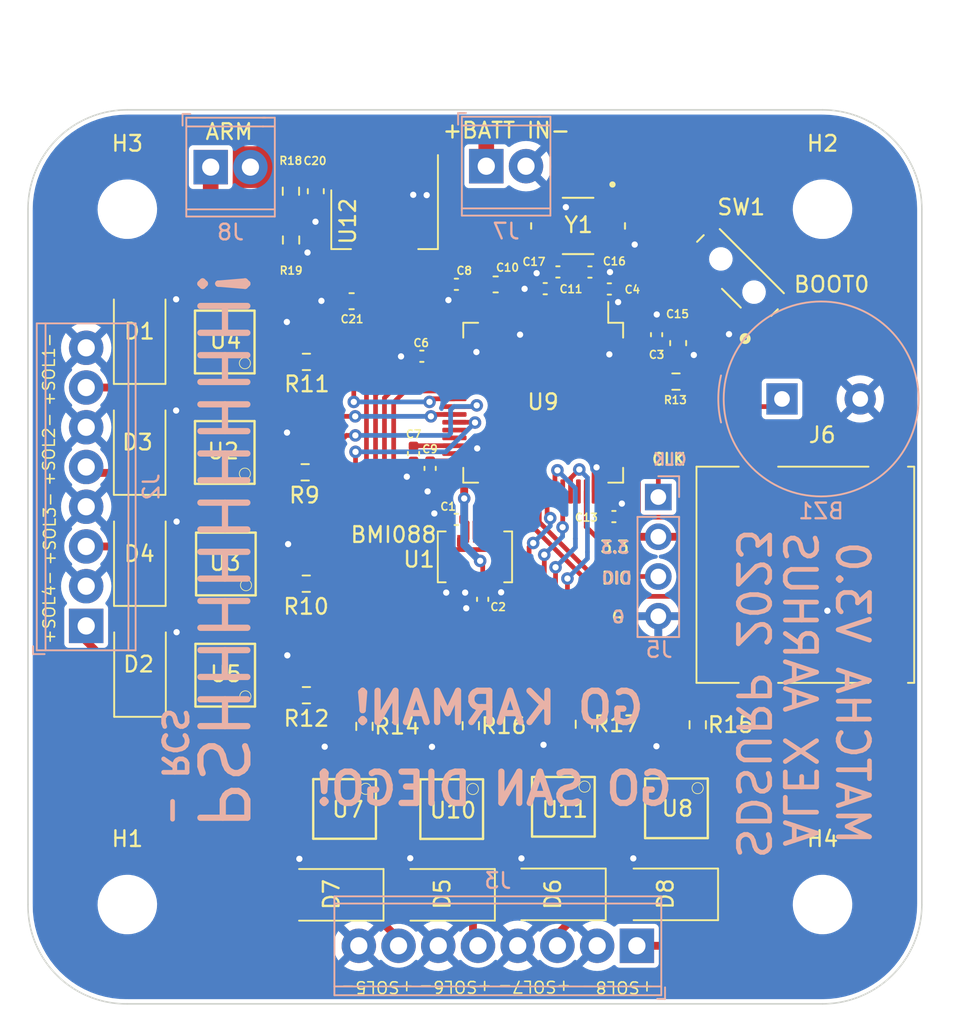
<source format=kicad_pcb>
(kicad_pcb (version 20211014) (generator pcbnew)
  (layers (0 "F.Cu" signal) (31 "B.Cu" power) (34 "B.Paste" user) (35 "F.Paste" user) (36 "B.SilkS" user "B.Silkscreen") (37 "F.SilkS" user "F.Silkscreen") (38 "B.Mask" user) (39 "F.Mask" user) (44 "Edge.Cuts" user))
  (net 0 "")
  (net 1 "BUZZER")
  (net 2 "GND")
  (net 3 "3.3V")
  (net 4 "Net-(C7-Pad1)")
  (net 5 "Net-(C10-Pad2)")
  (net 6 "Net-(C11-Pad1)")
  (net 7 "RCC_OSC_IN")
  (net 8 "RCC_OSC_OUT")
  (net 9 "PWR")
  (net 10 "Net-(D1-Pad1)")
  (net 11 "Net-(D2-Pad1)")
  (net 12 "Net-(D3-Pad1)")
  (net 13 "Net-(D4-Pad1)")
  (net 14 "Net-(D5-Pad1)")
  (net 15 "Net-(D6-Pad1)")
  (net 16 "Net-(D7-Pad1)")
  (net 20 "SYS_JTMS-SWDIO")
  (net 21 "SYS_JTCK_SWCLK")
  (net 22 "SDIO_D2")
  (net 23 "SDIO_D3")
  (net 24 "SDIO_CMD")
  (net 25 "SDIO_CK")
  (net 26 "SDIO_D0")
  (net 27 "SDIO_D1")
  (net 29 "BATT+")
  (net 32 "Net-(R9-Pad1)")
  (net 33 "SOL2")
  (net 34 "Net-(R10-Pad1)")
  (net 35 "SOL3")
  (net 36 "Net-(R11-Pad1)")
  (net 37 "SOL1")
  (net 38 "Net-(R12-Pad1)")
  (net 39 "SOL4")
  (net 40 "Net-(R13-Pad1)")
  (net 41 "Net-(R13-Pad2)")
  (net 42 "Net-(R14-Pad1)")
  (net 43 "SOL5")
  (net 44 "Net-(R15-Pad1)")
  (net 45 "SOL8")
  (net 46 "Net-(R16-Pad1)")
  (net 47 "SOL6")
  (net 48 "Net-(R17-Pad1)")
  (net 49 "SOL7")
  (net 50 "VMON")
  (net 52 "INT_ACC1")
  (net 53 "MISO")
  (net 54 "CS1_ACC")
  (net 55 "INT_GYRO2")
  (net 56 "INT_GYRO1")
  (net 57 "MOSI")
  (net 58 "SCK")
  (net 59 "CS2_GYRO")
  (net 60 "INT_ACC2")
  (net 71 "Net-(D8-Pad1)")
  (footprint "Resistor_SMD:R_0603_1608Metric" (layer "F.Cu") (at 53.71 64.7716 90)
    (fp_text reference "R16")
    (fp_text value "270")
  )
  (footprint "Resistor_SMD:R_0603_1608Metric" (layer "F.Cu") (at 43.12 48.57)
    (fp_text reference "R9")
    (fp_text value "270")
  )
  (footprint "Diode_SMD:D_SMA" (layer "F.Cu") (at 32.54 46.61 90)
    (fp_text reference "D3")
    (fp_text value "B330")
  )
  (footprint "Capacitor_SMD:C_0402_1005Metric" (layer "F.Cu") (at 58.47 36.83 180)
    (fp_text reference "C11")
    (fp_text value "100nF")
  )
  (footprint "Capacitor_SMD:C_0402_1005Metric" (layer "F.Cu") (at 50.05 47.37 -90)
    (fp_text reference "C7")
    (fp_text value "4.7uF")
  )
  (footprint "Diode_SMD:D_SMA" (layer "F.Cu") (at 32.55 53.71 90)
    (fp_text reference "D4")
    (fp_text value "B330")
  )
  (footprint "BMI088:BMI088" (layer "F.Cu") (at 53.975 53.975 180)
    (fp_text reference "U1")
    (fp_text value "BMI088")
  )
  (footprint "CPC1020NTR:4-SOP" (layer "F.Cu") (at 37.98 40.24 90)
    (fp_text reference "U4")
    (fp_text value "CPC1020NTR")
  )
  (footprint "Capacitor_SMD:C_0402_1005Metric" (layer "F.Cu") (at 52.78 51.58 180)
    (fp_text reference "C1")
    (fp_text value "100nF")
  )
  (footprint "MountingHole:MountingHole_3.2mm_M3" (layer "F.Cu") (at 76.2 31.75)
    (fp_text reference "H2")
    (fp_text value "MountingHole")
  )
  (footprint "CPC1020NTR:4-SOP" (layer "F.Cu") (at 59.63 69.95 180)
    (fp_text reference "U11")
    (fp_text value "CPC1020NTR")
  )
  (footprint "Package_TO_SOT_SMD:SOT-223-3_TabPin2" (layer "F.Cu") (at 48.2 32.39 -90)
    (fp_text reference "U12")
    (fp_text value "NCP1117-3.3_SOT223")
  )
  (footprint "Resistor_SMD:R_0603_1608Metric" (layer "F.Cu") (at 43.2 62.82)
    (fp_text reference "R12")
    (fp_text value "270")
  )
  (footprint "CPC1020NTR:4-SOP" (layer "F.Cu") (at 45.64 70.09 180)
    (fp_text reference "U7")
    (fp_text value "CPC1020NTR")
  )
  (footprint "Capacitor_SMD:C_0402_1005Metric" (layer "F.Cu") (at 62.86 51.4)
    (fp_text reference "C13")
    (fp_text value "100nF")
  )
  (footprint "Resistor_SMD:R_0603_1608Metric" (layer "F.Cu") (at 68.22 64.71 90)
    (fp_text reference "R15")
    (fp_text value "270")
  )
  (footprint "Capacitor_SMD:C_0603_1608Metric" (layer "F.Cu") (at 46.09 37.63 180)
    (fp_text reference "C21")
    (fp_text value "10uF")
  )
  (footprint "CPC1020NTR:4-SOP" (layer "F.Cu") (at 66.86 70.05 180)
    (fp_text reference "U8")
    (fp_text value "CPC1020NTR")
  )
  (footprint "CPC1020NTR:4-SOP" (layer "F.Cu") (at 37.98 47.3 90)
    (fp_text reference "U2")
    (fp_text value "CPC1020NTR")
  )
  (footprint "Resistor_SMD:R_0603_1608Metric" (layer "F.Cu") (at 46.9104 64.811599 90)
    (fp_text reference "R14")
    (fp_text value "270")
  )
  (footprint "Capacitor_SMD:C_0402_1005Metric" (layer "F.Cu") (at 54.47 56.69 -90)
    (fp_text reference "C2")
    (fp_text value "100nF")
  )
  (footprint "Capacitor_SMD:C_0402_1005Metric" (layer "F.Cu") (at 50.58 41.15 180)
    (fp_text reference "C6")
    (fp_text value "100nF")
  )
  (footprint "PCM12SMTR:SW_PCM12SMTR" (layer "F.Cu") (at 70.76 35.99 135)
    (fp_text reference "SW1")
    (fp_text value "PCM12SMTR")
  )
  (footprint "Capacitor_SMD:C_0603_1608Metric" (layer "F.Cu") (at 43.8 30.6 -90)
    (fp_text reference "C20")
    (fp_text value "100nF")
  )
  (footprint "Capacitor_SMD:C_0402_1005Metric" (layer "F.Cu") (at 62.57 36.85)
    (fp_text reference "C4")
    (fp_text value "100nF")
  )
  (footprint "Resistor_SMD:R_0603_1608Metric" (layer "F.Cu") (at 60.9404 64.6766 90)
    (fp_text reference "R17")
    (fp_text value "270")
  )
  (footprint "CPC1020NTR:4-SOP" (layer "F.Cu") (at 38.05 54.43 90)
    (fp_text reference "U3")
    (fp_text value "CPC1020NTR")
  )
  (footprint "Resistor_SMD:R_0603_1608Metric" (layer "F.Cu") (at 42.21 30.6 -90)
    (fp_text reference "R18")
    (fp_text value "1M")
  )
  (footprint "Diode_SMD:D_SMA" (layer "F.Cu") (at 32.56 60.8 90)
    (fp_text reference "D2")
    (fp_text value "B330")
  )
  (footprint "Capacitor_SMD:C_0603_1608Metric" (layer "F.Cu") (at 55.3 36.56 180)
    (fp_text reference "C10")
    (fp_text value "1uF")
  )
  (footprint "Diode_SMD:D_SMA" (layer "F.Cu") (at 58.94 75.55 180)
    (fp_text reference "D6")
    (fp_text value "B330")
  )
  (footprint "MountingHole:MountingHole_3.2mm_M3" (layer "F.Cu") (at 76.2 76.2)
    (fp_text reference "H4")
    (fp_text value "MountingHole")
  )
  (footprint "Capacitor_SMD:C_0402_1005Metric" (layer "F.Cu") (at 59.28 35.76 180)
    (fp_text reference "C17")
    (fp_text value "26pf")
  )
  (footprint "Resistor_SMD:R_0603_1608Metric" (layer "F.Cu") (at 43.19 55.69)
    (fp_text reference "R10")
    (fp_text value "270")
  )
  (footprint "Capacitor_SMD:C_0402_1005Metric" (layer "F.Cu") (at 52.79 36.55 180)
    (fp_text reference "C8")
    (fp_text value "100nF")
  )
  (footprint "Diode_SMD:D_SMA" (layer "F.Cu") (at 51.85 75.58 180)
    (fp_text reference "D5")
    (fp_text value "B330")
  )
  (footprint "MountingHole:MountingHole_3.2mm_M3" (layer "F.Cu") (at 31.75 76.2)
    (fp_text reference "H1")
    (fp_text value "MountingHole")
  )
  (footprint "Resistor_SMD:R_0603_1608Metric" (layer "F.Cu") (at 43.2 41.51)
    (fp_text reference "R11")
    (fp_text value "270")
  )
  (footprint "Diode_SMD:D_SMA" (layer "F.Cu") (at 44.73 75.58 180)
    (fp_text reference "D7")
    (fp_text value "B330")
  )
  (footprint "Resistor_SMD:R_0603_1608Metric" (layer "F.Cu") (at 66.83 42.77)
    (fp_text reference "R13")
    (fp_text value "10k")
  )
  (footprint "Capacitor_SMD:C_0402_1005Metric" (layer "F.Cu") (at 65.59 39.77 90)
    (fp_text reference "C3")
    (fp_text value "100nF")
  )
  (footprint "Connector_Card:microSD_HC_Wuerth_693072010801" (layer "F.Cu") (at 76.25 55.12 -90)
    (fp_text reference "J6")
    (fp_text value "Micro_SD_Card")
  )
  (footprint "Diode_SMD:D_SMA" (layer "F.Cu") (at 66.12 75.55 180)
    (fp_text reference "D8")
    (fp_text value "B330")
  )
  (footprint "Package_QFP:LQFP-64_10x10mm_P0.5mm" (layer "F.Cu") (at 58.34 44.12 -90)
    (fp_text reference "U9")
    (fp_text value "STM32F401RDTx")
  )
  (footprint "Capacitor_SMD:C_0402_1005Metric" (layer "F.Cu") (at 51.11 48.32 -90)
    (fp_text reference "C9")
    (fp_text value "100nF")
  )
  (footprint "MountingHole:MountingHole_3.2mm_M3" (layer "F.Cu") (at 31.75 31.75)
    (fp_text reference "H3")
    (fp_text value "MountingHole")
  )
  (footprint "ABMM2_6mm_3_6mm:XTAL_ABMM2-25.000MHZ-D1-T" (layer "F.Cu") (at 60.57 32.82 -90)
    (fp_text reference "Y1")
    (fp_text value "ABMM2-25MHZ-D1-T")
  )
  (footprint "Capacitor_SMD:C_0603_1608Metric" (layer "F.Cu") (at 66.97 40.31 90)
    (fp_text reference "C15")
    (fp_text value "4.7uF")
  )
  (footprint "CPC1020NTR:4-SOP" (layer "F.Cu") (at 38.01 61.54 90)
    (fp_text reference "U5")
    (fp_text value "CPC1020NTR")
  )
  (footprint "CPC1020NTR:4-SOP" (layer "F.Cu") (at 52.49 70.1 180)
    (fp_text reference "U10")
    (fp_text value "CPC1020NTR")
  )
  (footprint "Capacitor_SMD:C_0402_1005Metric" (layer "F.Cu") (at 61.327605 35.768426)
    (fp_text reference "C16")
    (fp_text value "26pf")
  )
  (footprint "Resistor_SMD:R_0603_1608Metric" (layer "F.Cu") (at 42.22 33.72 -90)
    (fp_text reference "R19")
    (fp_text value "100K")
  )
  (footprint "Diode_SMD:D_SMA" (layer "F.Cu") (at 32.54 39.52 90)
    (fp_text reference "D1")
    (fp_text value "B330")
  )
  (footprint "TerminalBlock_Phoenix:TerminalBlock_Phoenix_MPT-0,5-2-2.54_1x02_P2.54mm_Horizontal" (layer "B.Cu") (at 37.08 29.06)
    (fp_text reference "J8")
    (fp_text value "Screw_Terminal_01x02")
  )
  (footprint "Buzzer_Beeper:Buzzer_TDK_PS1240P02BT_D12.2mm_H6.5mm" (layer "B.Cu") (at 73.61 43.88)
    (fp_text reference "BZ1")
    (fp_text value "Buzzer")
  )
  (footprint "Connector_PinHeader_2.54mm:PinHeader_1x04_P2.54mm_Vertical" (layer "B.Cu") (at 65.7 50.15 180)
    (fp_text reference "J5")
    (fp_text value "Conn_01x04")
  )
  (footprint "TerminalBlock_Phoenix:TerminalBlock_Phoenix_MPT-0,5-8-2.54_1x08_P2.54mm_Horizontal" (layer "B.Cu") (at 29.12 58.39 90)
    (fp_text reference "J2")
    (fp_text value "Screw_Terminal_01x08")
  )
  (footprint "TerminalBlock_Phoenix:TerminalBlock_Phoenix_MPT-0,5-8-2.54_1x08_P2.54mm_Horizontal" (layer "B.Cu") (at 64.3304 78.8366 180)
    (fp_text reference "J3")
    (fp_text value "Screw_Terminal_01x08")
  )
  (footprint "TerminalBlock_Phoenix:TerminalBlock_Phoenix_MPT-0,5-2-2.54_1x02_P2.54mm_Horizontal" (layer "B.Cu") (at 54.7 29)
    (fp_text reference "J7")
    (fp_text value "Screw_Terminal_01x02")
  )
  (gr_line (start 82.55 31.75) (end 82.55 76.2) (layer "Edge.Cuts") (width 0.1))
  (gr_arc (start 76.2 25.4) (mid 80.690128 27.259872) (end 82.55 31.75) (layer "Edge.Cuts") (width 0.1))
  (gr_arc (start 82.55 76.2) (mid 80.690128 80.690128) (end 76.2 82.55) (layer "Edge.Cuts") (width 0.1))
  (gr_line (start 76.2 82.55) (end 31.75 82.55) (layer "Edge.Cuts") (width 0.1))
  (gr_arc (start 25.4 31.75) (mid 27.259872 27.259872) (end 31.75 25.4) (layer "Edge.Cuts") (width 0.1))
  (gr_arc (start 31.75 82.55) (mid 27.237091 80.712909) (end 25.4 76.2) (layer "Edge.Cuts") (width 0.1))
  (gr_line (start 31.75 25.4) (end 76.2 25.4) (layer "Edge.Cuts") (width 0.1))
  (gr_line (start 25.4 76.2) (end 25.4 31.75) (layer "Edge.Cuts") (width 0.1))
  (gr_text "SDSURP 2023" (at 71.73 62.72 270) (layer "B.SilkS") (effects (font (size 2 2) (thickness 0.3)) (justify mirror)))
  (gr_text "MATCHA V3.0" (at 78.11 62.68 270) (layer "B.SilkS") (effects (font (size 2 2) (thickness 0.3)) (justify mirror)))
  (gr_text "GO SAN DIEGO!" (at 55.19 68.8) (layer "B.SilkS") (effects (font (size 2 2) (thickness 0.4)) (justify mirror)))
  (gr_text "GO KARMAN! " (at 54.75 63.63) (layer "B.SilkS") (effects (font (size 2 2) (thickness 0.4)) (justify mirror)))
  (gr_text "- RCS" (at 34.75 67.39 270) (layer "B.SilkS") (effects (font (size 1.5 1.5) (thickness 0.3)) (justify mirror)))
  (gr_text "ALEX AARHUS" (at 74.73 62.439999 270) (layer "B.SilkS") (effects (font (size 2 2) (thickness 0.3)) (justify mirror)))
  (gr_text "PSHHHHHHHHH!" (at 37.79 53.58 270) (layer "B.SilkS") (effects (font (size 3 3) (thickness 0.4)) (justify mirror)))
  (gr_text "DIO" (at 63.05 55.34) (layer "B.SilkS") (effects (font (size 0.75 0.75)) (justify mirror)))
  (gr_text "G" (at 63.1684 57.824) (layer "B.SilkS") (effects (font (size 0.75 0.75)) (justify mirror)))
  (gr_text "CLK" (at 66.4484 47.744) (layer "B.SilkS") (effects (font (size 0.75 0.75)) (justify mirror)))
  (gr_text "3.3" (at 62.94 53.38) (layer "B.SilkS") (effects (font (size 0.75 0.75)) (justify mirror)))
  (gr_text "3.3" (at 62.9116 53.346) (layer "F.SilkS") (effects (font (size 0.75 0.75))))
  (gr_text "+SOL2-" (at 26.74 47.1 90) (layer "F.SilkS") (effects (font (size 0.75 0.75) (thickness 0.1))))
  (gr_text "+SOL3-" (at 26.79 52.18 90) (layer "F.SilkS") (effects (font (size 0.75 0.75) (thickness 0.1))))
  (gr_text "G" (at 63.11 57.82) (layer "F.SilkS") (effects (font (size 0.75 0.75))))
  (gr_text "+SOL4-" (at 26.76 57.2 90) (layer "F.SilkS") (effects (font (size 0.75 0.75) (thickness 0.1))))
  (gr_text "+SOL1-" (at 26.74 41.99 90) (layer "F.SilkS") (effects (font (size 0.75 0.75) (thickness 0.1))))
  (gr_text "+SOL7-" (at 57.78 81.45 180) (layer "F.SilkS") (effects (font (size 0.75 0.75) (thickness 0.1))))
  (gr_text "CLK" (at 66.37 47.74) (layer "F.SilkS") (effects (font (size 0.75 0.75))))
  (gr_text "+SOL6-" (at 52.72 81.46 180) (layer "F.SilkS") (effects (font (size 0.75 0.75) (thickness 0.1))))
  (gr_text "+SOL5-" (at 47.74 81.48 180) (layer "F.SilkS") (effects (font (size 0.75 0.75) (thickness 0.1))))
  (gr_text "ARM" (at 38.26 26.8) (layer "F.SilkS") (effects (font (size 1 1))))
  (gr_text "+BATT IN-" (at 55.99 26.71) (layer "F.SilkS") (effects (font (size 1 1))))
  (gr_text "+SOL8-" (at 63.1 81.49 180) (layer "F.SilkS") (effects (font (size 0.75 0.75) (thickness 0.1))))
  (gr_text "DIO" (at 63.0416 55.336) (layer "F.SilkS") (effects (font (size 0.75 0.75))))
  (gr_text "BOOT0" (at 76.78 36.56) (layer "F.SilkS") (effects (font (size 1 1))))
  (segment (start 64.015 44.37) (end 73.12 44.37) (width 0.3) (layer "F.Cu") (net 1))
  (segment (start 73.12 44.37) (end 73.61 43.88) (width 0.3) (layer "F.Cu") (net 1))
  (segment (start 34.89 58.8) (end 34.9 58.79) (width 0.5) (layer "F.Cu") (net 2))
  (segment (start 32.54 44.61) (end 34.86 44.61) (width 0.5) (layer "F.Cu") (net 2))
  (segment (start 53.975 55.1307) (end 53.975 55.635) (width 0.3) (layer "F.Cu") (net 2))
  (segment (start 51.64 51.52) (end 51.38 51.26) (width 0.3) (layer "F.Cu") (net 2))
  (segment (start 53.975 55.635) (end 53.35 56.26) (width 0.3) (layer "F.Cu") (net 2))
  (segment (start 58 35.76) (end 58.8 35.76) (width 0.3) (layer "F.Cu") (net 2))
  (segment (start 49.85 75.58) (end 49.85 73.25) (width 0.5) (layer "F.Cu") (net 2))
  (segment (start 64.12 73.27) (end 64.1 73.25) (width 0.5) (layer "F.Cu") (net 2))
  (segment (start 63.05 37.61) (end 63.05 36.85) (width 0.3) (layer "F.Cu") (net 2))
  (segment (start 61.59 49.795) (end 61.59 48.41) (width 0.3) (layer "F.Cu") (net 2))
  (segment (start 50.05 47.85) (end 50.05 48.42) (width 0.5) (layer "F.Cu") (net 2))
  (segment (start 59.79 31.62) (end 58.37 31.62) (width 0.5) (layer "F.Cu") (net 2))
  (segment (start 41.94 38.97) (end 40.78 38.97) (width 0.3) (layer "F.Cu") (net 2))
  (segment (start 63.13 37.69) (end 63.05 37.61) (width 0.3) (layer "F.Cu") (net 2))
  (segment (start 32.54 37.52) (end 34.86 37.52) (width 0.5) (layer "F.Cu") (net 2))
  (segment (start 54.07 40.88) (end 54.06 40.87) (width 0.3) (layer "F.Cu") (net 2))
  (segment (start 61.59 48.41) (end 61.75 48.25) (width 0.3) (layer "F.Cu") (net 2))
  (segment (start 51.7 51.58) (end 51.64 51.52) (width 0.3) (layer "F.Cu") (net 2))
  (segment (start 63.34 50.6) (end 63.37 50.57) (width 0.5) (layer "F.Cu") (net 2))
  (segment (start 40.81 60.27) (end 41.98 60.27) (width 0.3) (layer "F.Cu") (net 2))
  (segment (start 62.73 40.87) (end 62.57 41.03) (width 0.3) (layer "F.Cu") (net 2))
  (segment (start 56.59 39.5) (end 56.86 39.77) (width 0.3) (layer "F.Cu") (net 2))
  (segment (start 57.99 36.83) (end 57.16 36.83) (width 0.3) (layer "F.Cu") (net 2))
  (segment (start 71.113553 38.846447) (end 71.113553 38.818427) (width 0.5) (layer "F.Cu") (net 2))
  (segment (start 52.3 51.58) (end 51.7 51.58) (width 0.3) (layer "F.Cu") (net 2))
  (segment (start 34.89 51.71) (end 34.9 51.72) (width 0.5) (layer "F.Cu") (net 2))
  (segment (start 41.96 46.03) (end 40.78 46.03) (width 0.3) (layer "F.Cu") (net 2))
  (segment (start 56.94 73.26) (end 56.95 73.25) (width 0.5) (layer "F.Cu") (net 2))
  (segment (start 70.22 39.74) (end 71.113553 38.846447) (width 0.5) (layer "F.Cu") (net 2))
  (segment (start 44.37 66.11) (end 44.37 67.29) (width 0.3) (layer "F.Cu") (net 2))
  (segment (start 64.015 40.87) (end 62.73 40.87) (width 0.3) (layer "F.Cu") (net 2))
  (segment (start 51.22 66.13) (end 51.22 67.3) (width 0.3) (layer "F.Cu") (net 2))
  (segment (start 58.36 67.15) (end 58.36 65.99) (width 0.3) (layer "F.Cu") (net 2))
  (segment (start 64.12 75.55) (end 64.12 73.27) (width 0.5) (layer "F.Cu") (net 2))
  (segment (start 56.94 75.55) (end 56.94 73.26) (width 0.5) (layer "F.Cu") (net 2))
  (segment (start 56.59 38.445) (end 56.59 39.5) (width 0.3) (layer "F.Cu") (net 2))
  (segment (start 49.85 73.25) (end 49.84 73.24) (width 0.5) (layer "F.Cu") (net 2))
  (segment (start 53.79 47.37) (end 54.12 47.04) (width 0.3) (layer "F.Cu") (net 2))
  (segment (start 54.975001 55.1307) (end 54.975001 55.565001) (width 0.3) (layer "F.Cu") (net 2))
  (segment (start 50.1 41.15) (end 49.26 41.15) (width 0.3) (layer "F.Cu") (net 2))
  (segment (start 41.95 38.96) (end 41.94 38.97) (width 0.3) (layer "F.Cu") (net 2))
  (segment (start 65.59 38.49) (end 65.6 38.48) (width 0.5) (layer "F.Cu") (net 2))
  (segment (start 52.31 37.53) (end 52.28 37.56) (width 0.3) (layer "F.Cu") (net 2))
  (segment (start 34.86 44.61) (end 34.87 44.62) (width 0.5) (layer "F.Cu") (net 2))
  (segment (start 52.475 55.925) (end 52.14 56.26) (width 0.5) (layer "F.Cu") (net 2))
  (segment (start 40.85 53.16) (end 42.03 53.16) (width 0.3) (layer "F.Cu") (net 2))
  (segment (start 51.11 48.8) (end 51.11 49.63) (width 0.5) (layer "F.Cu") (net 2))
  (segment (start 51.23 66.12) (end 51.22 66.13) (width 0.3) (layer "F.Cu") (net 2))
  (segment (start 65.59 39.29) (end 65.59 38.49) (width 0.5) (layer "F.Cu") (net 2))
  (segment (start 32.56 58.8) (end 34.89 58.8) (width 0.5) (layer "F.Cu") (net 2))
  (segment (start 62.608426 35.768426) (end 61.807605 35.768426) (width 0.3) (layer "F.Cu") (net 2))
  (segment (start 65.59 66.09) (end 65.59 67.25) (width 0.3) (layer "F.Cu") (net 2))
  (segment (start 51.38 51.26) (end 51.38 51.2) (width 0.3) (layer "F.Cu") (net 2))
  (segment (start 64.19 34.01) (end 64.18 34.02) (width 0.5) (layer "F.Cu") (net 2))
  (segment (start 54.47 57.17) (end 53.51 57.17) (width 0.3) (layer "F.Cu") (net 2))
  (segment (start 65.58 66.08) (end 65.59 66.09) (width 0.3) (layer "F.Cu") (net 2))
  (segment (start 67.97 41.07) (end 67.955 41.085) (width 0.5) (layer "F.Cu") (net 2))
  (segment (start 52.475 55.1307) (end 52.948001 55.1307) (width 0.5) (layer "F.Cu") (net 2))
  (segment (start 42.73 75.58) (end 42.73 73.3) (width 0.5) (layer "F.Cu") (net 2))
  (segment (start 50.05 48.42) (end 49.62 48.85) (width 0.5) (layer "F.Cu") (net 2))
  (segment (start 63.34 51.4) (end 63.34 50.6) (width 0.5) (layer "F.Cu") (net 2))
  (segment (start 34.86 37.52) (end 34.87 37.51) (width 0.5) (layer "F.Cu") (net 2))
  (segment (start 52.665 47.37) (end 53.79 47.37) (width 0.3) (layer "F.Cu") (net 2))
  (segment (start 76.51 57.42) (end 77.8 57.42) (width 0.5) (layer "F.Cu") (net 2))
  (segment (start 54.975001 55.565001) (end 55.65 56.24) (width 0.3) (layer "F.Cu") (net 2))
  (segment (start 64.18 34.02) (end 62.77 34.02) (width 0.5) (layer "F.Cu") (net 2))
  (segment (start 57.16 36.83) (end 57.15 36.84) (width 0.3) (layer "F.Cu") (net 2))
  (segment (start 53.51 57.17) (end 53.42 57.26) (width 0.3) (layer "F.Cu") (net 2))
  (segment (start 52.475 55.1307) (end 52.475 55.925) (width 0.5) (layer "F.Cu") (net 2))
  (segment (start 52.31 36.55) (end 52.31 37.53) (width 0.3) (layer "F.Cu") (net 2))
  (segment (start 42.73 73.3) (end 42.75 73.28) (width 0.5) (layer "F.Cu") (net 2))
  (segment (start 32.55 51.71) (end 34.89 51.71) (width 0.5) (layer "F.Cu") (net 2))
  (segment (start 51.11 49.63) (end 50.95 49.79) (width 0.5) (layer "F.Cu") (net 2))
  (segment (start 62.61 35.77) (end 62.608426 35.768426) (width 0.3) (layer "F.Cu") (net 2))
  (segment (start 49.26 41.15) (end 49.25 41.16) (width 0.3) (layer "F.Cu") (net 2))
  (segment (start 57.92 35.84) (end 58 35.76) (width 0.3) (layer "F.Cu") (net 2))
  (segment (start 67.955 41.085) (end 66.97 41.085) (width 0.5) (layer "F.Cu") (net 2))
  (segment (start 54.06 40.87) (end 52.665 40.87) (width 0.3) (layer "F.Cu") (net 2))
  (via (at 59.79 31.62) (size 0.8) (drill 0.4) (layers "F.Cu" "B.Cu") (net 2))
  (via (at 50.03 30.83) (size 0.8) (drill 0.4) (layers "F.Cu" "B.Cu") (net 2))
  (via (at 64.1 73.25) (size 0.8) (drill 0.4) (layers "F.Cu" "B.Cu") (net 2))
  (via (at 76.51 57.42) (size 0.8) (drill 0.4) (layers "F.Cu" "B.Cu") (net 2))
  (via (at 55.65 56.24) (size 0.8) (drill 0.4) (layers "F.Cu" "B.Cu") (net 2))
  (via (at 58.36 65.99) (size 0.8) (drill 0.4) (layers "F.Cu" "B.Cu") (net 2))
  (via (at 57.15 36.84) (size 0.8) (drill 0.4) (layers "F.Cu" "B.Cu") (net 2))
  (via (at 41.95 38.96) (size 0.8) (drill 0.4) (layers "F.Cu" "B.Cu") (net 2))
  (via (at 50.89 30.85) (size 0.8) (drill 0.4) (layers "F.Cu" "B.Cu") (net 2))
  (via (at 65.58 66.08) (size 0.8) (drill 0.4) (layers "F.Cu" "B.Cu") (net 2))
  (via (at 42.03 53.16) (size 0.8) (drill 0.4) (layers "F.Cu" "B.Cu") (net 2))
  (via (at 62.61 35.77) (size 0.8) (drill 0.4) (layers "F.Cu" "B.Cu") (net 2))
  (via (at 43.78 32.55) (size 0.8) (drill 0.4) (layers "F.Cu" "B.Cu") (net 2))
  (via (at 34.9 51.72) (size 0.8) (drill 0.4) (layers "F.Cu" "B.Cu") (net 2))
  (via (at 61.75 48.25) (size 0.8) (drill 0.4) (layers "F.Cu" "B.Cu") (net 2))
  (via (at 52.28 37.56) (size 0.8) (drill 0.4) (layers "F.Cu" "B.Cu") (net 2))
  (via (at 44.37 66.11) (size 0.8) (drill 0.4) (layers "F.Cu" "B.Cu") (net 2))
  (via (at 52.14 56.26) (size 0.8) (drill 0.4) (layers "F.Cu" "B.Cu") (net 2))
  (via (at 56.95 73.25) (size 0.8) (drill 0.4) (layers "F.Cu" "B.Cu") (net 2))
  (via (at 34.9 58.79) (size 0.8) (drill 0.4) (layers "F.Cu" "B.Cu") (net 2))
  (via (at 54.12 47.04) (size 0.8) (drill 0.4) (layers "F.Cu" "B.Cu") (net 2))
  (via (at 63.13 37.69) (size 0.8) (drill 0.4) (layers "F.Cu" "B.Cu") (net 2))
  (via (at 64.19 34.01) (size 0.8) (drill 0.4) (layers "F.Cu" "B.Cu") (net 2))
  (via (at 62.57 41.03) (size 0.8) (drill 0.4) (layers "F.Cu" "B.Cu") (net 2))
  (via (at 49.84 73.24) (size 0.8) (drill 0.4) (layers "F.Cu" "B.Cu") (net 2))
  (via (at 54.07 40.88) (size 0.8) (drill 0.4) (layers "F.Cu" "B.Cu") (net 2))
  (via (at 51.38 51.2) (size 0.8) (drill 0.4) (layers "F.Cu" "B.Cu") (net 2))
  (via (at 43.27 34.52) (size 0.8) (drill 0.4) (layers "F.Cu" "B.Cu") (net 2))
  (via (at 41.98 60.27) (size 0.8) (drill 0.4) (layers "F.Cu" "B.Cu") (net 2))
  (via (at 67.97 41.07) (size 0.8) (drill 0.4) (layers "F.Cu" "B.Cu") (net 2))
  (via (at 65.6 38.48) (size 0.8) (drill 0.4) (layers "F.Cu" "B.Cu") (net 2))
  (via (at 53.42 57.26) (size 0.8) (drill 0.4) (layers "F.Cu" "B.Cu") (net 2))
  (via (at 42.75 73.28) (size 0.8) (drill 0.4) (layers "F.Cu" "B.Cu") (net 2))
  (via (at 49.62 48.85) (size 0.8) (drill 0.4) (layers "F.Cu" "B.Cu") (net 2))
  (via (at 44.16 37.61) (size 0.8) (drill 0.4) (layers "F.Cu" "B.Cu") (net 2))
  (via (at 53.35 56.26) (size 0.8) (drill 0.4) (layers "F.Cu" "B.Cu") (net 2))
  (via (at 56.86 39.77) (size 0.8) (drill 0.4) (layers "F.Cu" "B.Cu") (net 2))
  (via (at 57.92 35.84) (size 0.8) (drill 0.4) (layers "F.Cu" "B.Cu") (net 2))
  (via (at 49.25 41.16) (size 0.8) (drill 0.4) (layers "F.Cu" "B.Cu") (net 2))
  (via (at 63.37 50.57) (size 0.8) (drill 0.4) (layers "F.Cu" "B.Cu") (net 2))
  (via (at 34.87 37.51) (size 0.8) (drill 0.4) (layers "F.Cu" "B.Cu") (net 2))
  (via (at 50.95 49.79) (size 0.8) (drill 0.4) (layers "F.Cu" "B.Cu") (net 2))
  (via (at 70.22 39.74) (size 0.8) (drill 0.4) (layers "F.Cu" "B.Cu") (net 2))
  (via (at 34.87 44.62) (size 0.8) (drill 0.4) (layers "F.Cu" "B.Cu") (net 2))
  (via (at 41.96 46.03) (size 0.8) (drill 0.4) (layers "F.Cu" "B.Cu") (net 2))
  (via (at 51.23 66.12) (size 0.8) (drill 0.4) (layers "F.Cu" "B.Cu") (net 2))
  (segment (start 53.475001 52.8193) (end 53.475001 51.795001) (width 0.3) (layer "F.Cu") (net 3))
  (segment (start 52.665 41.37) (end 53.437803 41.37) (width 0.3) (layer "F.Cu") (net 3))
  (segment (start 53.437803 41.37) (end 53.887803 41.82) (width 0.3) (layer "F.Cu") (net 3))
  (segment (start 53.29 49.27) (end 53.29 50.24) (width 0.5) (layer "F.Cu") (net 3))
  (segment (start 62.427 47.467) (end 61.71 46.75) (width 0.3) (layer "F.Cu") (net 3))
  (segment (start 69.99 55.22) (end 67.46 52.69) (width 0.5) (layer "F.Cu") (net 3))
  (segment (start 65.47 40.37) (end 65.59 40.25) (width 0.3) (layer "F.Cu") (net 3))
  (segment (start 62.09 38.445) (end 62.09 39.41) (width 0.3) (layer "F.Cu") (net 3))
  (segment (start 54.47 56.21) (end 54.47 55.135699) (width 0.3) (layer "F.Cu") (net 3))
  (segment (start 61.61 39.89) (end 61.61 40.03) (width 0.3) (layer "F.Cu") (net 3))
  (segment (start 54.474999 54.394999) (end 54.31 54.23) (width 0.3) (layer "F.Cu") (net 3))
  (segment (start 62.09 49.795) (end 62.09 50.6) (width 0.3) (layer "F.Cu") (net 3))
  (segment (start 54.847 40.587) (end 55.125 40.865) (width 0.5) (layer "F.Cu") (net 3))
  (segment (start 62.94 40.03) (end 62.53 40.03) (width 0.3) (layer "F.Cu") (net 3))
  (segment (start 51.06 41.15) (end 51.43 41.15) (width 0.3) (layer "F.Cu") (net 3))
  (segment (start 55.317 40.103) (end 54.391844 40.103) (width 0.3) (layer "F.Cu") (net 3))
  (segment (start 46.865 37.63) (end 50.47 37.63) (width 0.5) (layer "F.Cu") (net 3))
  (segment (start 62.09 39.41) (end 61.61 39.89) (width 0.3) (layer "F.Cu") (net 3))
  (segment (start 64.015 40.37) (end 63.28 40.37) (width 0.3) (layer "F.Cu") (net 3))
  (segment (start 55.125 40.865) (end 57.24 42.98) (width 0.5) (layer "F.Cu") (net 3))
  (segment (start 64.96 37.6) (end 62.53 40.03) (width 0.5) (layer "F.Cu") (net 3))
  (segment (start 62.09 50.6) (end 62.38 50.89) (width 0.3) (layer "F.Cu") (net 3))
  (segment (start 52.11 39.27) (end 53.53 39.27) (width 0.5) (layer "F.Cu") (net 3))
  (segment (start 57.24 42.98) (end 58.265 44.005) (width 0.5) (layer "F.Cu") (net 3))
  (segment (start 53.475001 51.795001) (end 53.26 51.58) (width 0.3) (layer "F.Cu") (net 3))
  (segment (start 62.38 50.89) (end 62.38 51.4) (width 0.3) (layer "F.Cu") (net 3))
  (segment (start 61.61 40.03) (end 62.53 40.03) (width 0.5) (layer "F.Cu") (net 3))
  (segment (start 62.38 52.2) (end 62.38 51.4) (width 0.5) (layer "F.Cu") (net 3))
  (segment (start 51.65 41.37) (end 52.665 41.37) (width 0.3) (layer "F.Cu") (net 3))
  (segment (start 66.935 39.535) (end 66.22 40.25) (width 0.5) (layer "F.Cu") (net 3))
  (segment (start 62.427 48.783) (end 62.427 47.467) (width 0.3) (layer "F.Cu") (net 3))
  (segment (start 54.59 41.82) (end 55.125 41.285) (width 0.3) (layer "F.Cu") (net 3))
  (segment (start 62.09 49.12) (end 62.427 48.783) (width 0.3) (layer "F.Cu") (net 3))
  (segment (start 66.22 40.25) (end 65.59 40.25) (width 0.5) (layer "F.Cu") (net 3))
  (segment (start 58.265 44.005) (end 61 46.74) (width 0.5) (layer "F.Cu") (net 3))
  (segment (start 56.09 39.33) (end 55.317 40.103) (width 0.3) (layer "F.Cu") (net 3))
  (segment (start 54.391844 40.103) (end 54.847 40.558156) (width 0.5) (layer "F.Cu") (net 3))
  (segment (start 52.635 47.84) (end 52.665 47.87) (width 0.3) (layer "F.Cu") (net 3))
  (segment (start 50.47 37.63) (end 52.11 39.27) (width 0.5) (layer "F.Cu") (net 3))
  (segment (start 54.28 48.28) (end 53.29 49.27) (width 0.5) (layer "F.Cu") (net 3))
  (segment (start 54.363 40.103) (end 54.391844 40.103) (width 0.5) (layer "F.Cu") (net 3))
  (segment (start 56.075 36.56) (end 56.075 38.43) (width 0.3) (layer "F.Cu") (net 3))
  (segment (start 62.09 38.445) (end 62.09 36.85) (width 0.3) (layer "F.Cu") (net 3))
  (segment (start 65.96802 37.6) (end 64.96 37.6) (width 0.5) (layer "F.Cu") (net 3))
  (segment (start 60.19 40.03) (end 61.61 40.03) (width 0.5) (layer "F.Cu") (net 3))
  (segment (start 53.887803 41.82) (end 54.59 41.82) (width 0.3) (layer "F.Cu") (net 3))
  (segment (start 53.29 50.24) (end 53.29 51.55) (width 0.5) (layer "F.Cu") (net 3))
  (segment (start 62.87 52.69) (end 62.38 52.2) (width 0.5) (layer "F.Cu") (net 3))
  (segment (start 62.09 49.795) (end 62.09 49.12) (width 0.3) (layer "F.Cu") (net 3))
  (segment (start 67.46 52.69) (end 65.7 52.69) (width 0.5) (layer "F.Cu") (net 3))
  (segment (start 53.87 47.87) (end 54.28 48.28) (width 0.3) (layer "F.Cu") (net 3))
  (segment (start 56.09 38.445) (end 56.09 39.33) (width 0.3) (layer "F.Cu") (net 3))
  (segment (start 53.53 39.27) (end 54.363 40.103) (width 0.5) (layer "F.Cu") (net 3))
  (segment (start 56.075 38.43) (end 56.09 38.445) (width 0.3) (layer "F.Cu") (net 3))
  (segment (start 55.125 41.285) (end 55.125 40.865) (width 0.3) (layer "F.Cu") (net 3))
  (segment (start 61.71 46.75) (end 60.96 46.75) (width 0.3) (layer "F.Cu") (net 3))
  (segment (start 64.015 40.37) (end 65.47 40.37) (width 0.3) (layer "F.Cu") (net 3))
  (segment (start 66.97 39.535) (end 66.935 39.535) (width 0.5) (layer "F.Cu") (net 3))
  (segment (start 57.24 42.98) (end 60.19 40.03) (width 0.5) (layer "F.Cu") (net 3))
  (segment (start 52.665 47.87) (end 53.87 47.87) (width 0.3) (layer "F.Cu") (net 3))
  (segment (start 51.43 41.15) (end 51.65 41.37) (width 0.3) (layer "F.Cu") (net 3))
  (segment (start 67.931573 35.636447) (end 65.96802 37.6) (width 0.5) (layer "F.Cu") (net 3))
  (segment (start 54.847 40.558156) (end 54.847 40.587) (width 0.5) (layer "F.Cu") (net 3))
  (segment (start 53.29 51.55) (end 53.26 51.58) (width 0.5) (layer "F.Cu") (net 3))
  (segment (start 58.265 44.005) (end 58.265 44.295) (width 0.5) (layer "F.Cu") (net 3))
  (segment (start 58.265 44.295) (end 54.28 48.28) (width 0.5) (layer "F.Cu") (net 3))
  (segment (start 51.11 47.84) (end 52.635 47.84) (width 0.3) (layer "F.Cu") (net 3))
  (segment (start 65.7 52.69) (end 62.87 52.69) (width 0.5) (layer "F.Cu") (net 3))
  (segment (start 77.8 55.22) (end 69.99 55.22) (width 0.5) (layer "F.Cu") (net 3))
  (segment (start 54.474999 55.1307) (end 54.474999 54.394999) (width 0.3) (layer "F.Cu") (net 3))
  (segment (start 63.28 40.37) (end 62.94 40.03) (width 0.3) (layer "F.Cu") (net 3))
  (via (at 54.31 54.23) (size 0.8) (drill 0.4) (layers "F.Cu" "B.Cu") (net 3))
  (via (at 53.29 50.24) (size 0.8) (drill 0.4) (layers "F.Cu" "B.Cu") (net 3))
  (segment (start 53.29 50.24) (end 53.29 53.21) (width 0.5) (layer "B.Cu") (net 3))
  (segment (start 53.29 53.21) (end 54.31 54.23) (width 0.5) (layer "B.Cu") (net 3))
  (segment (start 50.07 46.87) (end 50.05 46.89) (width 0.3) (layer "F.Cu") (net 4))
  (segment (start 52.665 46.87) (end 50.07 46.87) (width 0.3) (layer "F.Cu") (net 4))
  (segment (start 53.27 36.55) (end 54.515 36.55) (width 0.3) (layer "F.Cu") (net 5))
  (segment (start 54.515 36.55) (end 54.525 36.56) (width 0.3) (layer "F.Cu") (net 5))
  (segment (start 59.09 36.97) (end 59.09 38.445) (width 0.3) (layer "F.Cu") (net 6))
  (segment (start 58.95 36.83) (end 59.09 36.97) (width 0.3) (layer "F.Cu") (net 6))
  (segment (start 60.09 38.445) (end 60.09 37.53) (width 0.3) (layer "F.Cu") (net 7))
  (segment (start 62.77 31.62) (end 61.52 31.62) (width 0.3) (layer "F.Cu") (net 7))
  (segment (start 60.847605 36.772395) (end 60.847605 35.768426) (width 0.3) (layer "F.Cu") (net 7))
  (segment (start 60.09 37.53) (end 60.847605 36.772395) (width 0.3) (layer "F.Cu") (net 7))
  (segment (start 60.847605 32.292395) (end 60.847605 35.768426) (width 0.3) (layer "F.Cu") (net 7))
  (segment (start 61.52 31.62) (end 60.847605 32.292395) (width 0.3) (layer "F.Cu") (net 7))
  (segment (start 59.76 34.33) (end 59.76 35.76) (width 0.3) (layer "F.Cu") (net 8))
  (segment (start 58.37 34.02) (end 59.45 34.02) (width 0.3) (layer "F.Cu") (net 8))
  (segment (start 59.59 36.57) (end 59.76 36.4) (width 0.3) (layer "F.Cu") (net 8))
  (segment (start 59.76 36.4) (end 59.76 35.76) (width 0.3) (layer "F.Cu") (net 8))
  (segment (start 59.45 34.02) (end 59.76 34.33) (width 0.3) (layer "F.Cu") (net 8))
  (segment (start 59.59 38.445) (end 59.59 36.57) (width 0.3) (layer "F.Cu") (net 8))
  (segment (start 64.08 70.11) (end 63.38 70.11) (width 0.5) (layer "F.Cu") (net 9))
  (segment (start 36.86 53.16) (end 38.01 52.01) (width 0.5) (layer "F.Cu") (net 9))
  (segment (start 35.18 38.97) (end 37.16 38.97) (width 0.5) (layer "F.Cu") (net 9))
  (segment (start 35.21 60.27) (end 36.79 60.27) (width 0.5) (layer "F.Cu") (net 9))
  (segment (start 57.37 70.11) (end 63.38 70.11) (width 1) (layer "F.Cu") (net 9))
  (segment (start 37.08 33.8) (end 38.01 34.73) (width 1) (layer "F.Cu") (net 9))
  (segment (start 44.37 72.89) (end 44.37 71.41) (width 0.5) (layer "F.Cu") (net 9))
  (segment (start 37.16 38.97) (end 38.01 38.12) (width 0.5) (layer "F.Cu") (net 9))
  (segment (start 35.25 53.16) (end 36.86 53.16) (width 0.5) (layer "F.Cu") (net 9))
  (segment (start 51.22 72.9) (end 51.22 70.91) (width 0.5) (layer "F.Cu") (net 9))
  (segment (start 65.59 72.85) (end 65.59 71.62) (width 0.5) (layer "F.Cu") (net 9))
  (segment (start 58.36 71.1) (end 57.37 70.11) (width 0.5) (layer "F.Cu") (net 9))
  (segment (start 37.08 29.06) (end 37.08 33.8) (width 1) (layer "F.Cu") (net 9))
  (segment (start 35.18 46.03) (end 36.95 46.03) (width 0.5) (layer "F.Cu") (net 9))
  (segment (start 38.01 34.73) (end 38.01 38.12) (width 1) (layer "F.Cu") (net 9))
  (segment (start 51.22 70.91) (end 50.42 70.11) (width 0.5) (layer "F.Cu") (net 9))
  (segment (start 50.42 70.11) (end 57.37 70.11) (width 1) (layer "F.Cu") (net 9))
  (segment (start 36.79 60.27) (end 38.01 59.05) (width 0.5) (layer "F.Cu") (net 9))
  (segment (start 36.95 46.03) (end 38.01 44.97) (width 0.5) (layer "F.Cu") (net 9))
  (segment (start 44.37 71.41) (end 43.07 70.11) (width 0.5) (layer "F.Cu") (net 9))
  (segment (start 38.01 59.05) (end 38.01 67.42) (width 1) (layer "F.Cu") (net 9))
  (segment (start 38.01 38.12) (end 38.01 44.97) (width 1) (layer "F.Cu") (net 9))
  (segment (start 38.01 52.01) (end 38.01 59.05) (width 1) (layer "F.Cu") (net 9))
  (segment (start 65.59 71.62) (end 64.08 70.11) (width 0.5) (layer "F.Cu") (net 9))
  (segment (start 38.01 44.97) (end 38.01 52.01) (width 1) (layer "F.Cu") (net 9))
  (segment (start 58.36 72.75) (end 58.36 71.1) (width 0.5) (layer "F.Cu") (net 9))
  (segment (start 40.7 70.11) (end 43.07 70.11) (width 1) (layer "F.Cu") (net 9))
  (segment (start 38.01 67.42) (end 40.7 70.11) (width 1) (layer "F.Cu") (net 9))
  (segment (start 43.07 70.11) (end 50.42 70.11) (width 1) (layer "F.Cu") (net 9))
  (segment (start 30.91 43.15) (end 29.12 43.15) (width 0.5) (layer "F.Cu") (net 10))
  (segment (start 32.54 41.52) (end 35.17 41.52) (width 0.5) (layer "F.Cu") (net 10))
  (segment (start 35.17 41.52) (end 35.18 41.51) (width 0.5) (layer "F.Cu") (net 10))
  (segment (start 32.54 41.52) (end 30.91 43.15) (width 0.5) (layer "F.Cu") (net 10))
  (segment (start 35.21 62.81) (end 32.57 62.81) (width 0.5) (layer "F.Cu") (net 11))
  (segment (start 32.56 62.8) (end 29.12 59.36) (width 0.5) (layer "F.Cu") (net 11))
  (segment (start 32.57 62.81) (end 32.56 62.8) (width 0.5) (layer "F.Cu") (net 11))
  (segment (start 29.12 59.36) (end 29.12 58.39) (width 0.5) (layer "F.Cu") (net 11))
  (segment (start 32.54 48.61) (end 29.5 48.61) (width 0.5) (layer "F.Cu") (net 12))
  (segment (start 29.5 48.61) (end 29.12 48.23) (width 0.5) (layer "F.Cu") (net 12))
  (segment (start 35.18 48.57) (end 32.58 48.57) (width 0.5) (layer "F.Cu") (net 12))
  (segment (start 32.58 48.57) (end 32.54 48.61) (width 0.5) (layer "F.Cu") (net 12))
  (segment (start 30.94 53.31) (end 29.12 53.31) (width 0.5) (layer "F.Cu") (net 13))
  (segment (start 32.55 54.92) (end 30.94 53.31) (width 0.5) (layer "F.Cu") (net 13))
  (segment (start 32.56 55.7) (end 32.55 55.71) (width 0.5) (layer "F.Cu") (net 13))
  (segment (start 32.55 55.71) (end 32.55 54.92) (width 0.5) (layer "F.Cu") (net 13))
  (segment (start 35.25 55.7) (end 32.56 55.7) (width 0.5) (layer "F.Cu") (net 13))
  (segment (start 53.76 75.49) (end 53.85 75.58) (width 0.5) (layer "F.Cu") (net 14))
  (segment (start 53.76 72.9) (end 53.76 75.49) (width 0.5) (layer "F.Cu") (net 14))
  (segment (start 53.85 75.58) (end 53.85 78.5162) (width 0.5) (layer "F.Cu") (net 14))
  (segment (start 53.85 78.5162) (end 54.1704 78.8366) (width 0.5) (layer "F.Cu") (net 14))
  (segment (start 60.9 72.75) (end 60.9 75.51) (width 0.5) (layer "F.Cu") (net 15))
  (segment (start 60.9 75.51) (end 60.94 75.55) (width 0.5) (layer "F.Cu") (net 15))
  (segment (start 60.94 76.41) (end 59.2504 78.0996) (width 0.5) (layer "F.Cu") (net 15))
  (segment (start 59.2504 78.0996) (end 59.2504 78.8366) (width 0.5) (layer "F.Cu") (net 15))
  (segment (start 60.94 75.55) (end 60.94 76.41) (width 0.5) (layer "F.Cu") (net 15))
  (segment (start 46.91 75.4) (end 46.73 75.58) (width 0.5) (layer "F.Cu") (net 16))
  (segment (start 46.73 75.58) (end 46.73 76.03) (width 0.5) (layer "F.Cu") (net 16))
  (segment (start 46.91 72.89) (end 46.91 75.4) (width 0.5) (layer "F.Cu") (net 16))
  (segment (start 46.73 76.03) (end 49.0904 78.3904) (width 0.5) (layer "F.Cu") (net 16))
  (segment (start 49.0904 78.3904) (end 49.0904 78.8366) (width 0.5) (layer "F.Cu") (net 16))
  (segment (start 64.26 55.23) (end 65.7 55.23) (width 0.3) (layer "F.Cu") (net 20))
  (segment (start 61.09 49.795) (end 61.09 52.06) (width 0.3) (layer "F.Cu") (net 20))
  (segment (start 61.09 52.06) (end 64.26 55.23) (width 0.3) (layer "F.Cu") (net 20))
  (segment (start 64.86 47.87) (end 65.7 48.71) (width 0.3) (layer "F.Cu") (net 21))
  (segment (start 64.015 47.87) (end 64.86 47.87) (width 0.3) (layer "F.Cu") (net 21))
  (segment (start 65.7 48.71) (end 65.7 50.15) (width 0.3) (layer "F.Cu") (net 21))
  (segment (start 72.11 51.92) (end 67.06 46.87) (width 0.3) (layer "F.Cu") (net 22))
  (segment (start 67.06 46.87) (end 64.015 46.87) (width 0.3) (layer "F.Cu") (net 22))
  (segment (start 77.8 51.92) (end 72.11 51.92) (width 0.3) (layer "F.Cu") (net 22))
  (segment (start 78.714 51.13) (end 72.06 51.13) (width 0.3) (layer "F.Cu") (net 23))
  (segment (start 67.3 46.37) (end 64.015 46.37) (width 0.3) (layer "F.Cu") (net 23))
  (segment (start 78.404 53.02) (end 78.98 52.444) (width 0.3) (layer "F.Cu") (net 23))
  (segment (start 78.98 51.396) (end 78.714 51.13) (width 0.3) (layer "F.Cu") (net 23))
  (segment (start 72.06 51.13) (end 67.3 46.37) (width 0.3) (layer "F.Cu") (net 23))
  (segment (start 78.98 52.444) (end 78.98 51.396) (width 0.3) (layer "F.Cu") (net 23))
  (segment (start 77.8 53.02) (end 78.404 53.02) (width 0.3) (layer "F.Cu") (net 23))
  (segment (start 64.58 51.44) (end 64.43 51.29) (width 0.3) (layer "F.Cu") (net 24))
  (segment (start 70.9 54.12) (end 68.22 51.44) (width 0.3) (layer "F.Cu") (net 24))
  (segment (start 68.22 51.44) (end 64.58 51.44) (width 0.3) (layer "F.Cu") (net 24))
  (segment (start 62.89 48.017803) (end 62.89 45.37) (width 0.3) (layer "F.Cu") (net 24))
  (segment (start 63.76 48.34) (end 63.212197 48.34) (width 0.3) (layer "F.Cu") (net 24))
  (segment (start 62.89 45.37) (end 64.015 45.37) (width 0.3) (layer "F.Cu") (net 24))
  (segment (start 64.43 49.01) (end 63.76 48.34) (width 0.3) (layer "F.Cu") (net 24))
  (segment (start 64.43 51.29) (end 64.43 49.01) (width 0.3) (layer "F.Cu") (net 24))
  (segment (start 77.8 54.12) (end 70.9 54.12) (width 0.3) (layer "F.Cu") (net 24))
  (segment (start 63.212197 48.34) (end 62.89 48.017803) (width 0.3) (layer "F.Cu") (net 24))
  (segment (start 78.8 56.32) (end 79.52 55.6) (width 0.3) (layer "F.Cu") (net 25))
  (segment (start 72.27 50.56) (end 67.58 45.87) (width 0.3) (layer "F.Cu") (net 25))
  (segment (start 79.52 55.6) (end 79.52 51.11) (width 0.3) (layer "F.Cu") (net 25))
  (segment (start 78.97 50.56) (end 72.27 50.56) (width 0.3) (layer "F.Cu") (net 25))
  (segment (start 79.52 51.11) (end 78.97 50.56) (width 0.3) (layer "F.Cu") (net 25))
  (segment (start 77.8 56.32) (end 78.8 56.32) (width 0.3) (layer "F.Cu") (net 25))
  (segment (start 67.58 45.87) (end 64.015 45.87) (width 0.3) (layer "F.Cu") (net 25))
  (segment (start 57.59 51.97) (end 57.59 49.795) (width 0.3) (layer "F.Cu") (net 26))
  (segment (start 79.47 59.76) (end 78.79 60.44) (width 0.3) (layer "F.Cu") (net 26))
  (segment (start 66.06 60.44) (end 57.59 51.97) (width 0.3) (layer "F.Cu") (net 26))
  (segment (start 79.47 59.14) (end 79.47 59.76) (width 0.3) (layer "F.Cu") (net 26))
  (segment (start 78.85 58.52) (end 79.47 59.14) (width 0.3) (layer "F.Cu") (net 26))
  (segment (start 77.8 58.52) (end 78.85 58.52) (width 0.3) (layer "F.Cu") (net 26))
  (segment (start 78.79 60.44) (end 66.06 60.44) (width 0.3) (layer "F.Cu") (net 26))
  (segment (start 73.15 59.62) (end 77.8 59.62) (width 0.3) (layer "F.Cu") (net 27))
  (segment (start 62.836181 56.5) (end 70.03 56.5) (width 0.3) (layer "F.Cu") (net 27))
  (segment (start 70.03 56.5) (end 73.15 59.62) (width 0.3) (layer "F.Cu") (net 27))
  (segment (start 58.09 51.753819) (end 62.836181 56.5) (width 0.3) (layer "F.Cu") (net 27))
  (segment (start 58.09 49.795) (end 58.09 51.753819) (width 0.3) (layer "F.Cu") (net 27))
  (segment (start 45.9 27.43) (end 45.9 29.24) (width 1) (layer "F.Cu") (net 29))
  (segment (start 54.7 29) (end 54.7 27.34) (width 1) (layer "F.Cu") (net 29))
  (segment (start 46.62 26.71) (end 45.9 27.43) (width 1) (layer "F.Cu") (net 29))
  (segment (start 54.07 26.71) (end 46.62 26.71) (width 1) (layer "F.Cu") (net 29))
  (segment (start 54.7 27.34) (end 54.07 26.71) (width 1) (layer "F.Cu") (net 29))
  (segment (start 42.295 48.57) (end 40.78 48.57) (width 0.3) (layer "F.Cu") (net 32))
  (segment (start 51.283079 44.87) (end 51.161063 44.992016) (width 0.3) (layer "F.Cu") (net 33))
  (segment (start 46.320206 44.992101) (end 44.887899 44.992101) (width 0.3) (layer "F.Cu") (net 33))
  (segment (start 44.6 45.28) (end 44.6 47.95) (width 0.3) (layer "F.Cu") (net 33))
  (segment (start 44.887899 44.992101) (end 44.6 45.28) (width 0.3) (layer "F.Cu") (net 33))
  (segment (start 52.665 44.87) (end 51.283079 44.87) (width 0.3) (layer "F.Cu") (net 33))
  (segment (start 44.6 47.95) (end 43.98 48.57) (width 0.3) (layer "F.Cu") (net 33))
  (segment (start 43.98 48.57) (end 43.945 48.57) (width 0.3) (layer "F.Cu") (net 33))
  (via (at 51.161063 44.992016) (size 0.8) (drill 0.4) (layers "F.Cu" "B.Cu") (net 33))
  (via (at 46.320206 44.992101) (size 0.8) (drill 0.4) (layers "F.Cu" "B.Cu") (net 33))
  (segment (start 51.161063 44.992016) (end 46.320291 44.992016) (width 0.3) (layer "B.Cu") (net 33))
  (segment (start 46.320291 44.992016) (end 46.320206 44.992101) (width 0.3) (layer "B.Cu") (net 33))
  (segment (start 42.365 55.69) (end 40.86 55.69) (width 0.3) (layer "F.Cu") (net 34))
  (segment (start 40.86 55.69) (end 40.85 55.7) (width 0.3) (layer "F.Cu") (net 34))
  (segment (start 45.39 54.315) (end 44.015 55.69) (width 0.3) (layer "F.Cu") (net 35))
  (segment (start 45.76 46.21) (end 45.39 46.58) (width 0.3) (layer "F.Cu") (net 35))
  (segment (start 52.665 44.37) (end 54.01 44.37) (width 0.3) (layer "F.Cu") (net 35))
  (segment (start 54.01 44.37) (end 54.09 44.29) (width 0.3) (layer "F.Cu") (net 35))
  (segment (start 45.39 46.58) (end 45.39 54.315) (width 0.3) (layer "F.Cu") (net 35))
  (segment (start 46.33 46.21) (end 45.76 46.21) (width 0.3) (layer "F.Cu") (net 35))
  (via (at 54.09 44.29) (size 0.8) (drill 0.4) (layers "F.Cu" "B.Cu") (net 35))
  (via (at 46.33 46.21) (size 0.8) (drill 0.4) (layers "F.Cu" "B.Cu") (net 35))
  (segment (start 54.02 44.36) (end 52.63 44.36) (width 0.3) (layer "B.Cu") (net 35))
  (segment (start 54.09 44.29) (end 54.02 44.36) (width 0.3) (layer "B.Cu") (net 35))
  (segment (start 52.42 46.08) (end 52.29 46.21) (width 0.3) (layer "B.Cu") (net 35))
  (segment (start 52.63 44.36) (end 52.42 44.57) (width 0.3) (layer "B.Cu") (net 35))
  (segment (start 52.29 46.21) (end 46.33 46.21) (width 0.3) (layer "B.Cu") (net 35))
  (segment (start 52.42 44.57) (end 52.42 46.08) (width 0.3) (layer "B.Cu") (net 35))
  (segment (start 42.375 41.51) (end 40.78 41.51) (width 0.3) (layer "F.Cu") (net 36))
  (segment (start 46.23 44.07) (end 46.23 42.73) (width 0.3) (layer "F.Cu") (net 37))
  (segment (start 45.01 41.51) (end 44.025 41.51) (width 0.3) (layer "F.Cu") (net 37))
  (segment (start 52.665 43.87) (end 51.27 43.87) (width 0.3) (layer "F.Cu") (net 37))
  (segment (start 46.23 42.73) (end 45.01 41.51) (width 0.3) (layer "F.Cu") (net 37))
  (segment (start 51.27 43.87) (end 51.07 44.07) (width 0.3) (layer "F.Cu") (net 37))
  (via (at 51.07 44.07) (size 0.8) (drill 0.4) (layers "F.Cu" "B.Cu") (net 37))
  (via (at 46.23 44.07) (size 0.8) (drill 0.4) (layers "F.Cu" "B.Cu") (net 37))
  (segment (start 51.07 44.07) (end 46.23 44.07) (width 0.3) (layer "B.Cu") (net 37))
  (segment (start 40.82 62.82) (end 40.81 62.81) (width 0.3) (layer "F.Cu") (net 38))
  (segment (start 42.375 62.82) (end 40.82 62.82) (width 0.3) (layer "F.Cu") (net 38))
  (segment (start 52.665 45.37) (end 53.96 45.37) (width 0.3) (layer "F.Cu") (net 39))
  (segment (start 53.96 45.37) (end 53.98 45.39) (width 0.3) (layer "F.Cu") (net 39))
  (segment (start 46.34 47.26) (end 46.34 61.43) (width 0.3) (layer "F.Cu") (net 39))
  (segment (start 46.34 61.43) (end 44.95 62.82) (width 0.3) (layer "F.Cu") (net 39))
  (segment (start 44.95 62.82) (end 44.025 62.82) (width 0.3) (layer "F.Cu") (net 39))
  (via (at 53.98 45.39) (size 0.8) (drill 0.4) (layers "F.Cu" "B.Cu") (net 39))
  (via (at 46.34 47.26) (size 0.8) (drill 0.4) (layers "F.Cu" "B.Cu") (net 39))
  (segment (start 53.98 45.39) (end 52.11 47.26) (width 0.3) (layer "B.Cu") (net 39))
  (segment (start 52.11 47.26) (end 46.34 47.26) (width 0.3) (layer "B.Cu") (net 39))
  (segment (start 65.605 42.37) (end 66.005 42.77) (width 0.3) (layer "F.Cu") (net 40))
  (segment (start 64.015 42.37) (end 65.605 42.37) (width 0.3) (layer "F.Cu") (net 40))
  (segment (start 69.2 40.37) (end 69.2 42.28) (width 0.5) (layer "F.Cu") (net 41))
  (segment (start 68.26 39.43) (end 69.2 40.37) (width 0.5) (layer "F.Cu") (net 41))
  (segment (start 68.71 42.77) (end 67.655 42.77) (width 0.5) (layer "F.Cu") (net 41))
  (segment (start 68.992233 36.697107) (end 68.26 37.42934) (width 0.5) (layer "F.Cu") (net 41))
  (segment (start 69.2 42.28) (end 68.71 42.77) (width 0.5) (layer "F.Cu") (net 41))
  (segment (start 68.26 37.42934) (end 68.26 39.43) (width 0.5) (layer "F.Cu") (net 41))
  (segment (start 46.9104 65.636599) (end 46.9104 67.2896) (width 0.3) (layer "F.Cu") (net 42))
  (segment (start 46.9104 67.2896) (end 46.91 67.29) (width 0.3) (layer "F.Cu") (net 42))
  (segment (start 52.65 62.05) (end 47.83 62.05) (width 0.3) (layer "F.Cu") (net 43))
  (segment (start 57.44 53.35) (end 57.44 57.26) (width 0.3) (layer "F.Cu") (net 43))
  (segment (start 47.83 62.05) (end 46.9104 62.9696) (width 0.3) (layer "F.Cu") (net 43))
  (segment (start 46.9104 62.9696) (end 46.9104 63.986599) (width 0.3) (layer "F.Cu") (net 43))
  (segment (start 57.44 57.26) (end 52.65 62.05) (width 0.3) (layer "F.Cu") (net 43))
  (segment (start 57.7 53.09) (end 57.44 53.35) (width 0.3) (layer "F.Cu") (net 43))
  (segment (start 58.59 51.297102) (end 58.59 49.795) (width 0.3) (layer "F.Cu") (net 43))
  (segment (start 58.789699 51.496801) (end 58.59 51.297102) (width 0.3) (layer "F.Cu") (net 43))
  (via (at 57.7 53.09) (size 0.8) (drill 0.4) (layers "F.Cu" "B.Cu") (net 43))
  (via (at 58.789699 51.496801) (size 0.8) (drill 0.4) (layers "F.Cu" "B.Cu") (net 43))
  (segment (start 58.789699 52.000301) (end 57.7 53.09) (width 0.3) (layer "B.Cu") (net 43))
  (segment (start 58.789699 51.496801) (end 58.789699 52.000301) (width 0.3) (layer "B.Cu") (net 43))
  (segment (start 68.22 65.535) (end 68.22 67.16) (width 0.3) (layer "F.Cu") (net 44))
  (segment (start 68.22 67.16) (end 68.13 67.25) (width 0.3) (layer "F.Cu") (net 44))
  (segment (start 67.66 62.47) (end 68.22 63.03) (width 0.3) (layer "F.Cu") (net 45))
  (segment (start 59.89 55.36) (end 59.89 56.32) (width 0.3) (layer "F.Cu") (net 45))
  (segment (start 68.22 63.03) (end 68.22 63.885) (width 0.3) (layer "F.Cu") (net 45))
  (segment (start 66.04 62.47) (end 67.66 62.47) (width 0.3) (layer "F.Cu") (net 45))
  (segment (start 60.09 48.95) (end 60.65 48.39) (width 0.3) (layer "F.Cu") (net 45))
  (segment (start 59.89 56.32) (end 66.04 62.47) (width 0.3) (layer "F.Cu") (net 45))
  (segment (start 60.09 49.795) (end 60.09 48.95) (width 0.3) (layer "F.Cu") (net 45))
  (via (at 59.89 55.36) (size 0.8) (drill 0.4) (layers "F.Cu" "B.Cu") (net 45))
  (via (at 60.65 48.39) (size 0.8) (drill 0.4) (layers "F.Cu" "B.Cu") (net 45))
  (segment (start 61.17 48.91) (end 61.17 53.67) (width 0.3) (layer "B.Cu") (net 45))
  (segment (start 60.65 48.39) (end 61.17 48.91) (width 0.3) (layer "B.Cu") (net 45))
  (segment (start 61.17 53.67) (end 61.17 54.08) (width 0.3) (layer "B.Cu") (net 45))
  (segment (start 61.17 54.08) (end 59.89 55.36) (width 0.3) (layer "B.Cu") (net 45))
  (segment (start 53.71 67.25) (end 53.76 67.3) (width 0.3) (layer "F.Cu") (net 46))
  (segment (start 53.71 65.5966) (end 53.71 67.25) (width 0.3) (layer "F.Cu") (net 46))
  (segment (start 58.41 53.84) (end 58.41 58.16) (width 0.3) (layer "F.Cu") (net 47))
  (segment (start 58.41 58.16) (end 53.71 62.86) (width 0.3) (layer "F.Cu") (net 47))
  (segment (start 59.59 49.795) (end 59.59 52.07) (width 0.3) (layer "F.Cu") (net 47))
  (segment (start 53.71 62.86) (end 53.71 63.9466) (width 0.3) (layer "F.Cu") (net 47))
  (segment (start 59.59 52.07) (end 59.58 52.08) (width 0.3) (layer "F.Cu") (net 47))
  (via (at 58.41 53.84) (size 0.8) (drill 0.4) (layers "F.Cu" "B.Cu") (net 47))
  (via (at 59.58 52.08) (size 0.8) (drill 0.4) (layers "F.Cu" "B.Cu") (net 47))
  (segment (start 59.58 52.67) (end 58.41 53.84) (width 0.3) (layer "B.Cu") (net 47))
  (segment (start 59.58 52.08) (end 59.58 52.67) (width 0.3) (layer "B.Cu") (net 47))
  (segment (start 60.9404 65.5016) (end 60.9404 67.1096) (width 0.3) (layer "F.Cu") (net 48))
  (segment (start 60.9404 67.1096) (end 60.9 67.15) (width 0.3) (layer "F.Cu") (net 48))
  (segment (start 60.9404 61.0704) (end 60.9404 63.8516) (width 0.3) (layer "F.Cu") (net 49))
  (segment (start 59.13 54.64) (end 59.13 59.26) (width 0.3) (layer "F.Cu") (net 49))
  (segment (start 59.13 59.26) (end 60.9404 61.0704) (width 0.3) (layer "F.Cu") (net 49))
  (segment (start 59.09 49.795) (end 59.09 48.6) (width 0.3) (layer "F.Cu") (net 49))
  (segment (start 59.09 48.6) (end 59.25 48.44) (width 0.3) (layer "F.Cu") (net 49))
  (via (at 59.13 54.64) (size 0.8) (drill 0.4) (layers "F.Cu" "B.Cu") (net 49))
  (via (at 59.25 48.44) (size 0.8) (drill 0.4) (layers "F.Cu" "B.Cu") (net 49))
  (segment (start 60.4 53.37) (end 59.13 54.64) (width 0.3) (layer "B.Cu") (net 49))
  (segment (start 60.4 52.81) (end 60.4 53.37) (width 0.3) (layer "B.Cu") (net 49))
  (segment (start 59.25 48.44) (end 60.4 49.59) (width 0.3) (layer "B.Cu") (net 49))
  (segment (start 60.4 49.59) (end 60.4 52.81) (width 0.3) (layer "B.Cu") (net 49))
  (segment (start 40.91 32.19) (end 42.11 32.19) (width 0.3) (layer "F.Cu") (net 50))
  (segment (start 42.21 31.425) (end 42.21 32.09) (width 0.5) (layer "F.Cu") (net 50))
  (segment (start 40.53 35.98) (end 40.53 32.57) (width 0.3) (layer "F.Cu") (net 50))
  (segment (start 42.21 32.09) (end 42.21 32.885) (width 0.5) (layer "F.Cu") (net 50))
  (segment (start 42.11 32.19) (end 42.21 32.09) (width 0.3) (layer "F.Cu") (net 50))
  (segment (start 44.92 40.37) (end 40.53 35.98) (width 0.3) (layer "F.Cu") (net 50))
  (segment (start 52.665 40.37) (end 44.92 40.37) (width 0.3) (layer "F.Cu") (net 50))
  (segment (start 40.53 32.57) (end 40.91 32.19) (width 0.3) (layer "F.Cu") (net 50))
  (segment (start 42.21 32.885) (end 42.22 32.895) (width 0.5) (layer "F.Cu") (net 50))
  (segment (start 56.09 49.795) (end 56.09 53.7713) (width 0.3) (layer "F.Cu") (net 52))
  (segment (start 56.09 53.7713) (end 55.8863 53.975) (width 0.3) (layer "F.Cu") (net 52))
  (segment (start 49.13 42.87) (end 48.19 43.81) (width 0.3) (layer "F.Cu") (net 53))
  (segment (start 55.475 53.241601) (end 55.206601 53.51) (width 0.3) (layer "F.Cu") (net 53))
  (segment (start 48.19 49.72) (end 51.98 53.51) (width 0.3) (layer "F.Cu") (net 53))
  (segment (start 52.974999 53.241598) (end 52.974999 52.8193) (width 0.3) (layer "F.Cu") (net 53))
  (segment (start 55.206601 53.51) (end 53.243401 53.51) (width 0.3) (layer "F.Cu") (net 53))
  (segment (start 53.243401 53.51) (end 52.974999 53.241598) (width 0.3) (layer "F.Cu") (net 53))
  (segment (start 51.98 53.51) (end 53.243401 53.51) (width 0.3) (layer "F.Cu") (net 53))
  (segment (start 48.19 43.81) (end 48.19 49.72) (width 0.3) (layer "F.Cu") (net 53))
  (segment (start 55.475 52.8193) (end 55.475 53.241601) (width 0.3) (layer "F.Cu") (net 53))
  (segment (start 52.665 42.87) (end 49.13 42.87) (width 0.3) (layer "F.Cu") (net 53))
  (segment (start 55.59 49.795) (end 55.59 51.63) (width 0.3) (layer "F.Cu") (net 54))
  (segment (start 54.975001 52.244999) (end 54.975001 52.8193) (width 0.3) (layer "F.Cu") (net 54))
  (segment (start 55.59 51.63) (end 54.975001 52.244999) (width 0.3) (layer "F.Cu") (net 54))
  (segment (start 55.09 49.795) (end 55.09 51.33) (width 0.3) (layer "F.Cu") (net 55))
  (segment (start 54.474999 51.945001) (end 54.474999 52.8193) (width 0.3) (layer "F.Cu") (net 55))
  (segment (start 55.09 51.33) (end 54.474999 51.945001) (width 0.3) (layer "F.Cu") (net 55))
  (segment (start 54.59 51.12) (end 54.59 49.795) (width 0.3) (layer "F.Cu") (net 56))
  (segment (start 53.975 52.8193) (end 53.975 51.735) (width 0.3) (layer "F.Cu") (net 56))
  (segment (start 53.975 51.735) (end 54.59 51.12) (width 0.3) (layer "F.Cu") (net 56))
  (segment (start 48.78 49.63) (end 48.78 44.1) (width 0.3) (layer "F.Cu") (net 57))
  (segment (start 52.475 52.8193) (end 51.9693 52.8193) (width 0.3) (layer "F.Cu") (net 57))
  (segment (start 51.9693 52.8193) (end 48.78 49.63) (width 0.3) (layer "F.Cu") (net 57))
  (segment (start 49.51 43.37) (end 52.665 43.37) (width 0.3) (layer "F.Cu") (net 57))
  (segment (start 48.78 44.1) (end 49.51 43.37) (width 0.3) (layer "F.Cu") (net 57))
  (segment (start 48.87 42.37) (end 47.62 43.62) (width 0.3) (layer "F.Cu") (net 58))
  (segment (start 51.715 53.975) (end 52.0637 53.975) (width 0.3) (layer "F.Cu") (net 58))
  (segment (start 47.62 49.88) (end 51.715 53.975) (width 0.3) (layer "F.Cu") (net 58))
  (segment (start 47.62 43.62) (end 47.62 49.88) (width 0.3) (layer "F.Cu") (net 58))
  (segment (start 52.665 42.37) (end 48.87 42.37) (width 0.3) (layer "F.Cu") (net 58))
  (segment (start 53.256599 54.49) (end 51.44 54.49) (width 0.3) (layer "F.Cu") (net 59))
  (segment (start 47.04 50.09) (end 47.04 43.42) (width 0.3) (layer "F.Cu") (net 59))
  (segment (start 51.44 54.49) (end 47.04 50.09) (width 0.3) (layer "F.Cu") (net 59))
  (segment (start 53.475001 54.708402) (end 53.256599 54.49) (width 0.3) (layer "F.Cu") (net 59))
  (segment (start 53.475001 55.1307) (end 53.475001 54.708402) (width 0.3) (layer "F.Cu") (net 59))
  (segment (start 48.59 41.87) (end 52.665 41.87) (width 0.3) (layer "F.Cu") (net 59))
  (segment (start 47.04 43.42) (end 48.59 41.87) (width 0.3) (layer "F.Cu") (net 59))
  (segment (start 56.59 54.71) (end 56.1693 55.1307) (width 0.3) (layer "F.Cu") (net 60))
  (segment (start 56.1693 55.1307) (end 55.475 55.1307) (width 0.3) (layer "F.Cu") (net 60))
  (segment (start 56.59 49.795) (end 56.59 54.71) (width 0.3) (layer "F.Cu") (net 60))
  (segment (start 68.13 72.85) (end 68.13 75.54) (width 0.5) (layer "F.Cu") (net 71))
  (segment (start 68.12 77.24) (end 66.5234 78.8366) (width 0.5) (layer "F.Cu") (net 71))
  (segment (start 68.13 75.54) (end 68.12 75.55) (width 0.5) (layer "F.Cu") (net 71))
  (segment (start 66.5234 78.8366) (end 64.3304 78.8366) (width 0.5) (layer "F.Cu") (net 71))
  (segment (start 68.12 75.55) (end 68.12 77.24) (width 0.5) (layer "F.Cu") (net 71))
  (zone (net 2) (net_name "GND") (layer "F.Cu") (connect_pads yes (clearance 0.3)) (min_thickness 0.254) (fill yes (thermal_gap 0.508) (thermal_bridge_width 0.508))
    (polygon (pts (xy 51.381672 31.264309) (xy 49.621672 31.274309) (xy 49.62 28.11) (xy 51.38 28.11)))
  )
  (zone (net 2) (net_name "GND") (layer "F.Cu") (connect_pads yes (clearance 0.3)) (min_thickness 0.254) (fill yes (thermal_gap 0.508) (thermal_bridge_width 0.508))
    (polygon (pts (xy 44.47 36.77) (xy 44.75 37.02) (xy 45.87 37.02) (xy 45.87 38.22) (xy 43.562858 38.224676) (xy 43.53 35.72) (xy 42.86 35.07) (xy 41.61 35.08) (xy 41.6 34.02) (xy 42.8 34.02) (xy 43.19 33.68) (xy 43.19 30.79) (xy 44.39 30.79)))
  )
  (zone (net 29) (net_name "BATT+") (layer "F.Cu") (connect_pads yes (clearance 0.3)) (min_thickness 0.254) (fill yes (thermal_gap 0.508) (thermal_bridge_width 0.508))
    (polygon (pts (xy 46.79 30.36) (xy 38.48 30.4) (xy 38.5 27.73) (xy 46.73 27.71)))
  )
  (zone (net 3) (net_name "3.3V") (layer "F.Cu") (connect_pads yes (clearance 0.3)) (min_thickness 0.254) (fill yes (thermal_gap 0.508) (thermal_bridge_width 0.508))
    (polygon (pts (xy 49.08 28.11) (xy 49.09 33.07) (xy 50.23 34.39) (xy 50.23 36.67) (xy 48.14 36.67) (xy 47.46 38.24) (xy 46.17 38.25) (xy 46.17 34.41) (xy 47.32 33.06) (xy 47.32 30.37) (xy 47.32 28.1)))
  )
  (zone (net 2) (net_name "GND") (layer "B.Cu") (connect_pads (clearance 0.3)) (min_thickness 0.254) (fill yes (thermal_gap 0.508) (thermal_bridge_width 0.508))
    (polygon (pts (xy 82.571433 82.595358) (xy 25.425739 82.543356) (xy 25.41 25.41) (xy 82.545694 25.402002)))
  )
)
</source>
